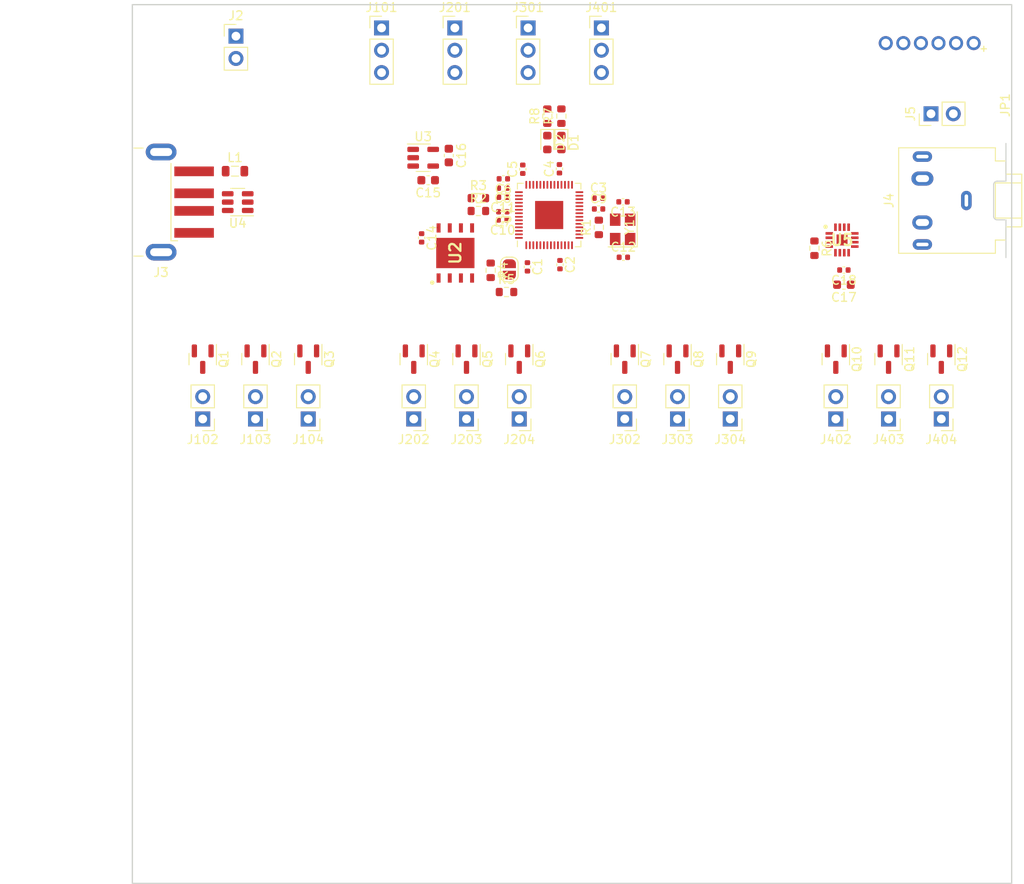
<source format=kicad_pcb>
(kicad_pcb (version 20221018) (generator pcbnew)
  (layers (0 "F.Cu" signal) (31 "B.Cu" signal) (34 "B.Paste" user) (35 "F.Paste" user) (36 "B.SilkS" user "B.Silkscreen") (37 "F.SilkS" user "F.Silkscreen") (38 "B.Mask" user) (39 "F.Mask" user) (44 "Edge.Cuts" user))
  (net 0 "")
  (net 1 "+3V3")
  (net 2 "GND")
  (net 3 "VCORE")
  (net 4 "Net-(U1-XIN)")
  (net 5 "Net-(U3-BP)")
  (net 6 "+5V")
  (net 7 "/SWCLK")
  (net 8 "/SWDIO")
  (net 9 "/UART_TX")
  (net 10 "/UART_RX")
  (net 11 "Net-(J3-VBUS)")
  (net 12 "/USB_RAW_D-")
  (net 13 "/USB_RAW_D+")
  (net 14 "/AUDIO_OUT+")
  (net 15 "/AUDIO_SPEAKER+")
  (net 16 "/AUDIO_OUT-")
  (net 18 "/ORG1_LED")
  (net 19 "Net-(J102-Pin_2)")
  (net 20 "Net-(J103-Pin_2)")
  (net 21 "Net-(J104-Pin_2)")
  (net 22 "/ORG2_LED")
  (net 23 "Net-(J202-Pin_2)")
  (net 24 "Net-(J203-Pin_2)")
  (net 25 "Net-(J204-Pin_2)")
  (net 26 "/ORG3_LED")
  (net 27 "Net-(J302-Pin_2)")
  (net 28 "Net-(J303-Pin_2)")
  (net 29 "Net-(J304-Pin_2)")
  (net 30 "/ORG4_LED")
  (net 31 "Net-(J402-Pin_2)")
  (net 32 "Net-(J403-Pin_2)")
  (net 33 "Net-(J404-Pin_2)")
  (net 34 "/FLASH_CS")
  (net 35 "Net-(JP1-B)")
  (net 36 "/ORG1_SOLENOID")
  (net 37 "/ORG1_PUMP_INFLATE")
  (net 38 "/ORG1_PUMP_DRAIN")
  (net 39 "/ORG2_SOLENOID")
  (net 40 "/ORG2_PUMP_INFLATE")
  (net 41 "/ORG2_PUMP_DRAIN")
  (net 42 "/ORG3_SOLENOID")
  (net 43 "/ORG3_PUMP_INFLATE")
  (net 44 "/ORG3_PUMP_DRAIN")
  (net 45 "/ORG4_SOLENOID")
  (net 46 "/ORG4_PUMP_INFLATE")
  (net 47 "/ORG4_PUMP_DRAIN")
  (net 48 "Net-(U1-XOUT)")
  (net 49 "/USB_D+")
  (net 50 "Net-(U1-USB_DP)")
  (net 51 "/USB_D-")
  (net 52 "Net-(U1-USB_DM)")
  (net 53 "Net-(U5-GAIN_SLOT)")
  (net 54 "/I2S_CK")
  (net 55 "/I2S_WS")
  (net 56 "/I2S_SD")
  (net 57 "/FLASH_D3")
  (net 58 "/FLASH_SCK")
  (net 59 "/FLASH_D0")
  (net 60 "/FLASH_D2")
  (net 61 "/FLASH_D1")
  (net 71 "Net-(C13-Pad2)")
  (net 72 "Net-(C17-Pad2)")
  (net 73 "Net-(D1-K)")
  (net 74 "/ACT1")
  (net 75 "Net-(D2-K)")
  (net 76 "/ACT2")
  (footprint "Package_TO_SOT_SMD:SOT-23-6" (layer "F.Cu") (at 41.98 52.47 180)
    (fp_text reference "U4" (at 0 -2.4) (layer "F.SilkS"))
    (fp_text value "USBLC6-2SC6")
    (pad "1" smd roundrect (at -1.1375 -0.95 180) (size 1.325 0.6) (layers "F.Cu" "F.Paste" "F.Mask") (net 49 "/USB_D+"))
    (pad "2" smd roundrect (at -1.1375 0 180) (size 1.325 0.6) (layers "F.Cu" "F.Paste" "F.Mask") (net 2 "GND"))
    (pad "3" smd roundrect (at -1.1375 0.95 180) (size 1.325 0.6) (layers "F.Cu" "F.Paste" "F.Mask") (net 51 "/USB_D-"))
    (pad "4" smd roundrect (at 1.1375 0.95 180) (size 1.325 0.6) (layers "F.Cu" "F.Paste" "F.Mask") (net 12 "/USB_RAW_D-"))
    (pad "5" smd roundrect (at 1.1375 0 180) (size 1.325 0.6) (layers "F.Cu" "F.Paste" "F.Mask") (net 6 "+5V"))
    (pad "6" smd roundrect (at 1.1375 -0.95 180) (size 1.325 0.6) (layers "F.Cu" "F.Paste" "F.Mask") (net 13 "/USB_RAW_D+"))
  )
  (footprint "Capacitor_SMD:C_0402_1005Metric" (layer "F.Cu") (at 83.02 53.25)
    (fp_text reference "C9" (at 0 -1.16) (layer "F.SilkS"))
    (fp_text value "100n")
    (pad "1" smd roundrect (at -0.48 0) (size 0.56 0.62) (layers "F.Cu" "F.Paste" "F.Mask") (net 3 "VCORE"))
    (pad "2" smd roundrect (at 0.48 0) (size 0.56 0.62) (layers "F.Cu" "F.Paste" "F.Mask") (net 2 "GND"))
  )
  (footprint "Capacitor_SMD:C_0402_1005Metric" (layer "F.Cu") (at 74.4 48.73 90)
    (fp_text reference "C5" (at 0 -1.16 90) (layer "F.SilkS"))
    (fp_text value "100n")
    (pad "1" smd roundrect (at -0.48 0 90) (size 0.56 0.62) (layers "F.Cu" "F.Paste" "F.Mask") (net 1 "+3V3"))
    (pad "2" smd roundrect (at 0.48 0 90) (size 0.56 0.62) (layers "F.Cu" "F.Paste" "F.Mask") (net 2 "GND"))
  )
  (footprint "Package_DFN_QFN:QFN-56-1EP_7x7mm_P0.4mm_EP3.2x3.2mm" (layer "F.Cu") (at 77.4 53.94 90)
    (fp_text reference "U1" (at 0 -4.82 90) (layer "F.SilkS"))
    (fp_text value "RP2040")
    (pad "1" smd roundrect (at -3.4375 -2.6 90) (size 0.875 0.2) (layers "F.Cu" "F.Paste" "F.Mask") (net 1 "+3V3"))
    (pad "2" smd roundrect (at -3.4375 -2.2 90) (size 0.875 0.2) (layers "F.Cu" "F.Paste" "F.Mask"))
    (pad "3" smd roundrect (at -3.4375 -1.8 90) (size 0.875 0.2) (layers "F.Cu" "F.Paste" "F.Mask"))
    (pad "4" smd roundrect (at -3.4375 -1.4 90) (size 0.875 0.2) (layers "F.Cu" "F.Paste" "F.Mask"))
    (pad "5" smd roundrect (at -3.4375 -1 90) (size 0.875 0.2) (layers "F.Cu" "F.Paste" "F.Mask") (net 36 "/ORG1_SOLENOID"))
    (pad "6" smd roundrect (at -3.4375 -0.6 90) (size 0.875 0.2) (layers "F.Cu" "F.Paste" "F.Mask") (net 37 "/ORG1_PUMP_INFLATE"))
    (pad "7" smd roundrect (at -3.4375 -0.2 90) (size 0.875 0.2) (layers "F.Cu" "F.Paste" "F.Mask") (net 38 "/ORG1_PUMP_DRAIN"))
    (pad "8" smd roundrect (at -3.4375 0.2 90) (size 0.875 0.2) (layers "F.Cu" "F.Paste" "F.Mask") (net 39 "/ORG2_SOLENOID"))
    (pad "9" smd roundrect (at -3.4375 0.6 90) (size 0.875 0.2) (layers "F.Cu" "F.Paste" "F.Mask") (net 40 "/ORG2_PUMP_INFLATE"))
    (pad "10" smd roundrect (at -3.4375 1 90) (size 0.875 0.2) (layers "F.Cu" "F.Paste" "F.Mask") (net 1 "+3V3"))
    (pad "11" smd roundrect (at -3.4375 1.4 90) (size 0.875 0.2) (layers "F.Cu" "F.Paste" "F.Mask") (net 41 "/ORG2_PUMP_DRAIN"))
    (pad "12" smd roundrect (at -3.4375 1.8 90) (size 0.875 0.2) (layers "F.Cu" "F.Paste" "F.Mask") (net 42 "/ORG3_SOLENOID"))
    (pad "13" smd roundrect (at -3.4375 2.2 90) (size 0.875 0.2) (layers "F.Cu" "F.Paste" "F.Mask") (net 43 "/ORG3_PUMP_INFLATE"))
    (pad "14" smd roundrect (at -3.4375 2.6 90) (size 0.875 0.2) (layers "F.Cu" "F.Paste" "F.Mask") (net 44 "/ORG3_PUMP_DRAIN"))
    (pad "15" smd roundrect (at -2.6 3.4375 90) (size 0.2 0.875) (layers "F.Cu" "F.Paste" "F.Mask") (net 45 "/ORG4_SOLENOID"))
    (pad "16" smd roundrect (at -2.2 3.4375 90) (size 0.2 0.875) (layers "F.Cu" "F.Paste" "F.Mask") (net 46 "/ORG4_PUMP_INFLATE"))
    (pad "17" smd roundrect (at -1.8 3.4375 90) (size 0.2 0.875) (layers "F.Cu" "F.Paste" "F.Mask") (net 47 "/ORG4_PUMP_DRAIN"))
    (pad "18" smd roundrect (at -1.4 3.4375 90) (size 0.2 0.875) (layers "F.Cu" "F.Paste" "F.Mask"))
    (pad "19" smd roundrect (at -1 3.4375 90) (size 0.2 0.875) (layers "F.Cu" "F.Paste" "F.Mask") (net 2 "GND"))
    (pad "20" smd roundrect (at -0.6 3.4375 90) (size 0.2 0.875) (layers "F.Cu" "F.Paste" "F.Mask") (net 4 "Net-(U1-XIN)"))
    (pad "21" smd roundrect (at -0.2 3.4375 90) (size 0.2 0.875) (layers "F.Cu" "F.Paste" "F.Mask") (net 48 "Net-(U1-XOUT)"))
    (pad "22" smd roundrect (at 0.2 3.4375 90) (size 0.2 0.875) (layers "F.Cu" "F.Paste" "F.Mask") (net 1 "+3V3"))
    (pad "23" smd roundrect (at 0.6 3.4375 90) (size 0.2 0.875) (layers "F.Cu" "F.Paste" "F.Mask") (net 3 "VCORE"))
    (pad "24" smd roundrect (at 1 3.4375 90) (size 0.2 0.875) (layers "F.Cu" "F.Paste" "F.Mask") (net 7 "/SWCLK"))
    (pad "25" smd roundrect (at 1.4 3.4375 90) (size 0.2 0.875) (layers "F.Cu" "F.Paste" "F.Mask") (net 8 "/SWDIO"))
    (pad "26" smd roundrect (at 1.8 3.4375 90) (size 0.2 0.875) (layers "F.Cu" "F.Paste" "F.Mask") (net 1 "+3V3"))
    (pad "27" smd roundrect (at 2.2 3.4375 90) (size 0.2 0.875) (layers "F.Cu" "F.Paste" "F.Mask") (net 9 "/UART_TX"))
    (pad "28" smd roundrect (at 2.6 3.4375 90) (size 0.2 0.875) (layers "F.Cu" "F.Paste" "F.Mask") (net 10 "/UART_RX"))
    (pad "29" smd roundrect (at 3.4375 2.6 90) (size 0.875 0.2) (layers "F.Cu" "F.Paste" "F.Mask") (net 54 "/I2S_CK"))
    (pad "30" smd roundrect (at 3.4375 2.2 90) (size 0.875 0.2) (layers "F.Cu" "F.Paste" "F.Mask") (net 55 "/I2S_WS"))
    (pad "31" smd roundrect (at 3.4375 1.8 90) (size 0.875 0.2) (layers "F.Cu" "F.Paste" "F.Mask") (net 56 "/I2S_SD"))
    (pad "32" smd roundrect (at 3.4375 1.4 90) (size 0.875 0.2) (layers "F.Cu" "F.Paste" "F.Mask"))
    (pad "33" smd roundrect (at 3.4375 1 90) (size 0.875 0.2) (layers "F.Cu" "F.Paste" "F.Mask") (net 1 "+3V3"))
    (pad "34" smd roundrect (at 3.4375 0.6 90) (size 0.875 0.2) (layers "F.Cu" "F.Paste" "F.Mask") (net 74 "/ACT1"))
    (pad "35" smd roundrect (at 3.4375 0.2 90) (size 0.875 0.2) (layers "F.Cu" "F.Paste" "F.Mask") (net 76 "/ACT2"))
    (pad "36" smd roundrect (at 3.4375 -0.2 90) (size 0.875 0.2) (layers "F.Cu" "F.Paste" "F.Mask"))
    (pad "37" smd roundrect (at 3.4375 -0.6 90) (size 0.875 0.2) (layers "F.Cu" "F.Paste" "F.Mask"))
    (pad "38" smd roundrect (at 3.4375 -1 90) (size 0.875 0.2) (layers "F.Cu" "F.Paste" "F.Mask") (net 30 "/ORG4_LED"))
    (pad "39" smd roundrect (at 3.4375 -1.4 90) (size 0.875 0.2) (layers "F.Cu" "F.Paste" "F.Mask") (net 26 "/ORG3_LED"))
    (pad "40" smd roundrect (at 3.4375 -1.8 90) (size 0.875 0.2) (layers "F.Cu" "F.Paste" "F.Mask") (net 22 "/ORG2_LED"))
    (pad "41" smd roundrect (at 3.4375 -2.2 90) (size 0.875 0.2) (layers "F.Cu" "F.Paste" "F.Mask") (net 18 "/ORG1_LED"))
    (pad "42" smd roundrect (at 3.4375 -2.6 90) (size 0.875 0.2) (layers "F.Cu" "F.Paste" "F.Mask") (net 1 "+3V3"))
    (pad "43" smd roundrect (at 2.6 -3.4375 90) (size 0.2 0.875) (layers "F.Cu" "F.Paste" "F.Mask") (net 1 "+3V3"))
    (pad "44" smd roundrect (at 2.2 -3.4375 90) (size 0.2 0.875) (layers "F.Cu" "F.Paste" "F.Mask") (net 1 "+3V3"))
    (pad "45" smd roundrect (at 1.8 -3.4375 90) (size 0.2 0.875) (layers "F.Cu" "F.Paste" "F.Mask") (net 3 "VCORE"))
    (pad "46" smd roundrect (at 1.4 -3.4375 90) (size 0.2 0.875) (layers "F.Cu" "F.Paste" "F.Mask") (net 52 "Net-(U1-USB_DM)"))
    (pad "47" smd roundrect (at 1 -3.4375 90) (size 0.2 0.875) (layers "F.Cu" "F.Paste" "F.Mask") (net 50 "Net-(U1-USB_DP)"))
    (pad "48" smd roundrect (at 0.6 -3.4375 90) (size 0.2 0.875) (layers "F.Cu" "F.Paste" "F.Mask") (net 1 "+3V3"))
    (pad "49" smd roundrect (at 0.2 -3.4375 90) (size 0.2 0.875) (layers "F.Cu" "F.Paste" "F.Mask") (net 1 "+3V3"))
    (pad "50" smd roundrect (at -0.2 -3.4375 90) (size 0.2 0.875) (layers "F.Cu" "F.Paste" "F.Mask") (net 3 "VCORE"))
    (pad "51" smd roundrect (at -0.6 -3.4375 90) (size 0.2 0.875) (layers "F.Cu" "F.Paste" "F.Mask") (net 57 "/FLASH_D3"))
    (pad "52" smd roundrect (at -1 -3.4375 90) (size 0.2 0.875) (layers "F.Cu" "F.Paste" "F.Mask") (net 58 "/FLASH_SCK"))
    (pad "53" smd roundrect (at -1.4 -3.4375 90) (size 0.2 0.875) (layers "F.Cu" "F.Paste" "F.Mask") (net 59 "/FLASH_D0"))
    (pad "54" smd roundrect (at -1.8 -3.4375 90) (size 0.2 0.875) (layers "F.Cu" "F.Paste" "F.Mask") (net 60 "/FLASH_D2"))
    (pad "55" smd roundrect (at -2.2 -3.4375 90) (size 0.2 0.875) (layers "F.Cu" "F.Paste" "F.Mask") (net 61 "/FLASH_D1"))
    (pad "56" smd roundrect (at -2.6 -3.4375 90) (size 0.2 0.875) (layers "F.Cu" "F.Paste" "F.Mask") (net 34 "/FLASH_CS"))
    (pad "57" smd rect (at 0 0 90) (size 3.2 3.2) (layers "F.Cu" "F.Mask") (net 2 "GND"))
  )
  (footprint "Capacitor_SMD:C_0402_1005Metric" (layer "F.Cu") (at 83.01 52.02)
    (fp_text reference "C3" (at 0 -1.16) (layer "F.SilkS"))
    (fp_text value "100n")
    (pad "1" smd roundrect (at -0.48 0) (size 0.56 0.62) (layers "F.Cu" "F.Paste" "F.Mask") (net 1 "+3V3"))
    (pad "2" smd roundrect (at 0.48 0) (size 0.56 0.62) (layers "F.Cu" "F.Paste" "F.Mask") (net 2 "GND"))
  )
  (footprint "Resistor_SMD:R_0603_1608Metric" (layer "F.Cu") (at 70.75 60.23 -90)
    (fp_text reference "R4" (at 0 -1.43 90) (layer "F.SilkS"))
    (fp_text value "100k")
    (pad "1" smd roundrect (at -0.825 0 270) (size 0.8 0.95) (layers "F.Cu" "F.Paste" "F.Mask") (net 34 "/FLASH_CS"))
    (pad "2" smd roundrect (at 0.825 0 270) (size 0.8 0.95) (layers "F.Cu" "F.Paste" "F.Mask") (net 1 "+3V3"))
  )
  (footprint "Connector_PinHeader_2.54mm:PinHeader_1x02_P2.54mm_Vertical" (layer "F.Cu") (at 98 77.15 180)
    (fp_text reference "J304" (at 0 -2.33) (layer "F.SilkS"))
    (fp_text value "Conn_01x02")
    (pad "1" thru_hole rect (at 0 0 180) (size 1.7 1.7) (drill 1) (layers "*.Cu" "*.Mask") (net 6 "+5V"))
    (pad "2" thru_hole oval (at 0 2.54 180) (size 1.7 1.7) (drill 1) (layers "*.Cu" "*.Mask") (net 29 "Net-(J304-Pin_2)"))
  )
  (footprint "Connector_USB:USB_A_CNCTech_1001-011-01101_Horizontal" (layer "F.Cu") (at 26.37 52.47 180)
    (fp_text reference "J3" (at -6.9 -8) (layer "F.SilkS"))
    (fp_text value "USB_A")
    (pad "" np_thru_hole circle (at -6.9 -2.3 180) (size 1.1 1.1) (drill 1.1) (layers "*.Cu" "*.Mask"))
    (pad "" np_thru_hole circle (at -6.9 2.3 180) (size 1.1 1.1) (drill 1.1) (layers "*.Cu" "*.Mask"))
    (pad "1" smd rect (at -10.65 3.5 180) (size 4.5 1.1) (layers "F.Cu" "F.Paste" "F.Mask") (net 11 "Net-(J3-VBUS)"))
    (pad "2" smd rect (at -10.65 1 180) (size 4.5 1.1) (layers "F.Cu" "F.Paste" "F.Mask") (net 12 "/USB_RAW_D-"))
    (pad "3" smd rect (at -10.65 -1 180) (size 4.5 1.1) (layers "F.Cu" "F.Paste" "F.Mask") (net 13 "/USB_RAW_D+"))
    (pad "4" smd rect (at -10.65 -3.5 180) (size 4.5 1.1) (layers "F.Cu" "F.Paste" "F.Mask") (net 2 "GND"))
    (pad "5" thru_hole oval (at -6.9 -5.7 180) (size 3.5 1.9) (drill oval 2.5 0.9) (layers "*.Cu" "*.Mask") (net 2 "GND"))
    (pad "5" thru_hole oval (at -6.9 5.7 180) (size 3.5 1.9) (drill oval 2.5 0.9) (layers "*.Cu" "*.Mask") (net 2 "GND"))
  )
  (footprint "Connector_PinHeader_2.54mm:PinHeader_1x02_P2.54mm_Vertical" (layer "F.Cu") (at 122 77.15 180)
    (fp_text reference "J404" (at 0 -2.33) (layer "F.SilkS"))
    (fp_text value "Conn_01x02")
    (pad "1" thru_hole rect (at 0 0 180) (size 1.7 1.7) (drill 1) (layers "*.Cu" "*.Mask") (net 6 "+5V"))
    (pad "2" thru_hole oval (at 0 2.54 180) (size 1.7 1.7) (drill 1) (layers "*.Cu" "*.Mask") (net 33 "Net-(J404-Pin_2)"))
  )
  (footprint "Connector_PinHeader_2.54mm:PinHeader_1x03_P2.54mm_Vertical" (layer "F.Cu") (at 75.006666 32.65)
    (fp_text reference "J301" (at 0 -2.33) (layer "F.SilkS"))
    (fp_text value "Conn_01x03")
    (pad "1" thru_hole rect (at 0 0) (size 1.7 1.7) (drill 1) (layers "*.Cu" "*.Mask") (net 6 "+5V"))
    (pad "2" thru_hole oval (at 0 2.54) (size 1.7 1.7) (drill 1) (layers "*.Cu" "*.Mask") (net 26 "/ORG3_LED"))
    (pad "3" thru_hole oval (at 0 5.08) (size 1.7 1.7) (drill 1) (layers "*.Cu" "*.Mask") (net 2 "GND"))
  )
  (footprint "Package_TO_SOT_SMD:SOT-23" (layer "F.Cu") (at 110 70.34 -90)
    (fp_text reference "Q10" (at 0 -2.4 90) (layer "F.SilkS"))
    (fp_text value "Si2302")
    (pad "1" smd roundrect (at -0.9375 -0.95 270) (size 1.475 0.6) (layers "F.Cu" "F.Paste" "F.Mask") (net 45 "/ORG4_SOLENOID"))
    (pad "2" smd roundrect (at -0.9375 0.95 270) (size 1.475 0.6) (layers "F.Cu" "F.Paste" "F.Mask") (net 2 "GND"))
    (pad "3" smd roundrect (at 0.9375 0 270) (size 1.475 0.6) (layers "F.Cu" "F.Paste" "F.Mask") (net 31 "Net-(J402-Pin_2)"))
  )
  (footprint "Connector_Audio:Jack_3.5mm_CUI_SJ1-3525N_Horizontal" (layer "F.Cu") (at 124.85 52.29 90)
    (fp_text reference "J4" (at 0 -8.8 90) (layer "F.SilkS"))
    (fp_text value "AudioJack3_SwitchTR")
    (fp_line (start -2.2 3.5) (end -2.2 4.5) (stroke (width 0.12)) (layer "Edge.Cuts"))
    (fp_line (start -2.2 4.5) (end -6.5 4.5) (stroke (width 0.12)) (layer "Edge.Cuts"))
    (fp_line (start 1.8 3.1) (end -1.8 3.1) (stroke (width 0.12)) (layer "Edge.Cuts"))
    (fp_line (start 2.2 3.5) (end 2.2 4.5) (stroke (width 0.12)) (layer "Edge.Cuts"))
    (fp_line (start 2.2 4.5) (end 6.5 4.5) (stroke (width 0.12)) (layer "Edge.Cuts"))
    (fp_arc (start -2.2 3.5) (mid -2.082842 3.217158) (end -1.8 3.1) (stroke (width 0.12)) (layer "Edge.Cuts"))
    (fp_arc (start 1.8 3.1) (mid 2.082843 3.217157) (end 2.2 3.5) (stroke (width 0.12)) (layer "Edge.Cuts"))
    (pad "" np_thru_hole circle (at -5 0 90) (size 1.2 1.2) (drill 1.2) (layers "F&B.Cu" "*.Mask"))
    (pad "" np_thru_hole circle (at -5 2.5 90) (size 1.2 1.2) (drill 1.2) (layers "F&B.Cu" "*.Mask"))
    (pad "" np_thru_hole circle (at 0 -5 90) (size 1.2 1.2) (drill 1.2) (layers "F&B.Cu" "*.Mask"))
    (pad "" np_thru_hole circle (at 5 0 90) (size 1.2 1.2) (drill 1.2) (layers "F&B.Cu" "*.Mask"))
    (pad "" np_thru_hole circle (at 5 2.5 90) (size 1.2 1.2) (drill 1.2) (layers "F&B.Cu" "*.Mask"))
    (pad "R" thru_hole oval (at -5 -5 90) (size 1.2 2.2) (drill oval 0.4 1.4) (layers "*.Cu" "*.Mask") (net 14 "/AUDIO_OUT+"))
    (pad "RN" thru_hole oval (at -2.5 -5 90) (size 1.6 2.3) (drill oval 0.8 1.5) (layers "*.Cu" "*.Mask") (net 15 "/AUDIO_SPEAKER+"))
    (pad "S" thru_hole oval (at 0 0 90) (size 2.2 1.2) (drill oval 1.4 0.4) (layers "*.Cu" "*.Mask") (net 16 "/AUDIO_OUT-"))
    (pad "T" thru_hole oval (at 5 -5 270) (size 1.2 2.2) (drill oval 0.4 1.4) (layers "*.Cu" "*.Mask") (net 14 "/AUDIO_OUT+"))
    (pad "TN" thru_hole oval (at 2.5 -5 270) (size 1.6 2.5) (drill oval 0.8 1.5) (layers "*.Cu" "*.Mask"))
  )
  (footprint "Capacitor_SMD:C_0603_1608Metric" (layer "F.Cu") (at 65.99 47.17 -90)
    (fp_text reference "C16" (at 0 -1.43 90) (layer "F.SilkS"))
    (fp_text value "4.7u")
    (pad "1" smd roundrect (at -0.775 0 270) (size 0.9 0.95) (layers "F.Cu" "F.Paste" "F.Mask") (net 1 "+3V3"))
    (pad "2" smd roundrect (at 0.775 0 270) (size 0.9 0.95) (layers "F.Cu" "F.Paste" "F.Mask") (net 2 "GND"))
  )
  (footprint "Capacitor_SMD:C_0402_1005Metric" (layer "F.Cu") (at 72.13 53.57 180)
    (fp_text reference "C7" (at 0 -1.16 180) (layer "F.SilkS"))
    (fp_text value "100n")
    (pad "1" smd roundrect (at -0.48 0 180) (size 0.56 0.62) (layers "F.Cu" "F.Paste" "F.Mask") (net 1 "+3V3"))
    (pad "2" smd roundrect (at 0.48 0 180) (size 0.56 0.62) (layers "F.Cu" "F.Paste" "F.Mask") (net 2 "GND"))
  )
  (footprint "Connector_PinHeader_2.54mm:PinHeader_1x02_P2.54mm_Vertical" (layer "F.Cu") (at 116 77.15 180)
    (fp_text reference "J403" (at 0 -2.33) (layer "F.SilkS"))
    (fp_text value "Conn_01x02")
    (pad "1" thru_hole rect (at 0 0 180) (size 1.7 1.7) (drill 1) (layers "*.Cu" "*.Mask") (net 6 "+5V"))
    (pad "2" thru_hole oval (at 0 2.54 180) (size 1.7 1.7) (drill 1) (layers "*.Cu" "*.Mask") (net 32 "Net-(J403-Pin_2)"))
  )
  (footprint "Connector_PinHeader_2.54mm:PinHeader_1x02_P2.54mm_Vertical" (layer "F.Cu") (at 110 77.15 180)
    (fp_text reference "J402" (at 0 -2.33) (layer "F.SilkS"))
    (fp_text value "Conn_01x02")
    (pad "1" thru_hole rect (at 0 0 180) (size 1.7 1.7) (drill 1) (layers "*.Cu" "*.Mask") (net 6 "+5V"))
    (pad "2" thru_hole oval (at 0 2.54 180) (size 1.7 1.7) (drill 1) (layers "*.Cu" "*.Mask") (net 31 "Net-(J402-Pin_2)"))
  )
  (footprint "Inductor_SMD:L_0805_2012Metric" (layer "F.Cu") (at 41.67 48.95)
    (fp_text reference "L1" (at 0 -1.55) (layer "F.SilkS"))
    (fp_text value "120R")
    (pad "1" smd roundrect (at -1.0625 0) (size 0.875 1.2) (layers "F.Cu" "F.Paste" "F.Mask") (net 11 "Net-(J3-VBUS)"))
    (pad "2" smd roundrect (at 1.0625 0) (size 0.875 1.2) (layers "F.Cu" "F.Paste" "F.Mask") (net 6 "+5V"))
  )
  (footprint "Capacitor_SMD:C_0402_1005Metric" (layer "F.Cu") (at 85.84 58.75)
    (fp_text reference "C12" (at 0 -1.16) (layer "F.SilkS"))
    (fp_text value "22p")
    (pad "1" smd roundrect (at -0.48 0) (size 0.56 0.62) (layers "F.Cu" "F.Paste" "F.Mask") (net 2 "GND"))
    (pad "2" smd roundrect (at 0.48 0) (size 0.56 0.62) (layers "F.Cu" "F.Paste" "F.Mask") (net 4 "Net-(U1-XIN)"))
  )
  (footprint "Connector_PinHeader_2.54mm:PinHeader_1x02_P2.54mm_Vertical" (layer "F.Cu") (at 62 77.15 180)
    (fp_text reference "J202" (at 0 -2.33) (layer "F.SilkS"))
    (fp_text value "Conn_01x02")
    (pad "1" thru_hole rect (at 0 0 180) (size 1.7 1.7) (drill 1) (layers "*.Cu" "*.Mask") (net 6 "+5V"))
    (pad "2" thru_hole oval (at 0 2.54 180) (size 1.7 1.7) (drill 1) (layers "*.Cu" "*.Mask") (net 23 "Net-(J202-Pin_2)"))
  )
  (footprint "Connector_PinHeader_2.54mm:PinHeader_1x02_P2.54mm_Vertical" (layer "F.Cu") (at 68 77.15 180)
    (fp_text reference "J203" (at 0 -2.33) (layer "F.SilkS"))
    (fp_text value "Conn_01x02")
    (pad "1" thru_hole rect (at 0 0 180) (size 1.7 1.7) (drill 1) (layers "*.Cu" "*.Mask") (net 6 "+5V"))
    (pad "2" thru_hole oval (at 0 2.54 180) (size 1.7 1.7) (drill 1) (layers "*.Cu" "*.Mask") (net 24 "Net-(J203-Pin_2)"))
  )
  (footprint "Connector_PinHeader_2.54mm:PinHeader_1x03_P2.54mm_Vertical" (layer "F.Cu") (at 58.34 32.65)
    (fp_text reference "J101" (at 0 -2.33) (layer "F.SilkS"))
    (fp_text value "Conn_01x03")
    (pad "1" thru_hole rect (at 0 0) (size 1.7 1.7) (drill 1) (layers "*.Cu" "*.Mask") (net 6 "+5V"))
    (pad "2" thru_hole oval (at 0 2.54) (size 1.7 1.7) (drill 1) (layers "*.Cu" "*.Mask") (net 18 "/ORG1_LED"))
    (pad "3" thru_hole oval (at 0 5.08) (size 1.7 1.7) (drill 1) (layers "*.Cu" "*.Mask") (net 2 "GND"))
  )
  (footprint "LED_SMD:LED_0603_1608Metric" (layer "F.Cu") (at 77.19 45.69 -90)
    (fp_text reference "D2" (at 0 -1.43 -270) (layer "F.SilkS"))
    (fp_text value "Pink")
    (pad "1" smd roundrect (at -0.7875 0 270) (size 0.875 0.95) (layers "F.Cu" "F.Paste" "F.Mask") (net 75 "Net-(D2-K)"))
    (pad "2" smd roundrect (at 0.7875 0 270) (size 0.875 0.95) (layers "F.Cu" "F.Paste" "F.Mask") (net 76 "/ACT2"))
  )
  (footprint "Resistor_SMD:R_0603_1608Metric" (layer "F.Cu") (at 72.55 62.7)
    (fp_text reference "R5" (at 0 -1.43) (layer "F.SilkS"))
    (fp_text value "4.7k")
    (pad "1" smd roundrect (at -0.825 0) (size 0.8 0.95) (layers "F.Cu" "F.Paste" "F.Mask") (net 2 "GND"))
    (pad "2" smd roundrect (at 0.825 0) (size 0.8 0.95) (layers "F.Cu" "F.Paste" "F.Mask") (net 35 "Net-(JP1-B)"))
  )
  (footprint "Package_TO_SOT_SMD:SOT-23" (layer "F.Cu") (at 122 70.34 -90)
    (fp_text reference "Q12" (at 0 -2.4 90) (layer "F.SilkS"))
    (fp_text value "Si2302")
    (pad "1" smd roundrect (at -0.9375 -0.95 270) (size 1.475 0.6) (layers "F.Cu" "F.Paste" "F.Mask") (net 47 "/ORG4_PUMP_DRAIN"))
    (pad "2" smd roundrect (at -0.9375 0.95 270) (size 1.475 0.6) (layers "F.Cu" "F.Paste" "F.Mask") (net 2 "GND"))
    (pad "3" smd roundrect (at 0.9375 0 270) (size 1.475 0.6) (layers "F.Cu" "F.Paste" "F.Mask") (net 33 "Net-(J404-Pin_2)"))
  )
  (footprint "W25Q128JVPIQ:SON127P600X500X80-9N-D" (layer "F.Cu") (at 66.73 58.26 90)
    (fp_text reference "U2" (at 0 0 90) (layer "F.SilkS") (effects (font (size 1.27 1.27) (thickness 0.254))))
    (fp_text value "W25Q128JVPIQ" hide)
    (pad "1" smd rect (at -2.85 -1.905 180) (size 0.45 1.05) (layers "F.Cu" "F.Paste" "F.Mask") (net 34 "/FLASH_CS"))
    (pad "2" smd rect (at -2.85 -0.635 180) (size 0.45 1.05) (layers "F.Cu" "F.Paste" "F.Mask") (net 61 "/FLASH_D1"))
    (pad "3" smd rect (at -2.85 0.635 180) (size 0.45 1.05) (layers "F.Cu" "F.Paste" "F.Mask") (net 60 "/FLASH_D2"))
    (pad "4" smd rect (at -2.85 1.905 180) (size 0.45 1.05) (layers "F.Cu" "F.Paste" "F.Mask") (net 2 "GND"))
    (pad "5" smd rect (at 2.85 1.905 180) (size 0.45 1.05) (layers "F.Cu" "F.Paste" "F.Mask") (net 59 "/FLASH_D0"))
    (pad "6" smd rect (at 2.85 0.635 180) (size 0.45 1.05) (layers "F.Cu" "F.Paste" "F.Mask") (net 58 "/FLASH_SCK"))
    (pad "7" smd rect (at 2.85 -0.635 180) (size 0.45 1.05) (layers "F.Cu" "F.Paste" "F.Mask") (net 57 "/FLASH_D3"))
    (pad "8" smd rect (at 2.85 -1.905 180) (size 0.45 1.05) (layers "F.Cu" "F.Paste" "F.Mask") (net 1 "+3V3"))
    (pad "9" smd rect (at 0 0 90) (size 3.45 4.35) (layers "F.Cu" "F.Paste" "F.Mask") (net 2 "GND"))
  )
  (footprint "Package_TO_SOT_SMD:SOT-23-5" (layer "F.Cu") (at 63.0725 47.42)
    (fp_text reference "U3" (at 0 -2.4) (layer "F.SilkS"))
    (fp_text value "SPX3819M5-L-3-3")
    (pad "1" smd roundrect (at -1.1375 -0.95) (size 1.325 0.6) (layers "F.Cu" "F.Paste" "F.Mask") (net 6 "+5V"))
    (pad "2" smd roundrect (at -1.1375 0) (size 1.325 0.6) (layers "F.Cu" "F.Paste" "F.Mask") (net 2 "GND"))
    (pad "3" smd roundrect (at -1.1375 0.95) (size 1.325 0.6) (layers "F.Cu" "F.Paste" "F.Mask") (net 6 "+5V"))
    (pad "4" smd roundrect (at 1.1375 0.95) (size 1.325 0.6) (layers "F.Cu" "F.Paste" "F.Mask") (net 5 "Net-(U3-BP)"))
    (pad "5" smd roundrect (at 1.1375 -0.95) (size 1.325 0.6) (layers "F.Cu" "F.Paste" "F.Mask") (net 1 "+3V3"))
  )
  (footprint "Resistor_SMD:R_0603_1608Metric" (layer "F.Cu") (at 77.19 42.69 90)
    (fp_text reference "R8" (at 0 -1.43 90) (layer "F.SilkS"))
    (fp_text value "7.5k")
    (pad "1" smd roundrect (at -0.825 0 90) (size 0.8 0.95) (layers "F.Cu" "F.Paste" "F.Mask") (net 75 "Net-(D2-K)"))
    (pad "2" smd roundrect (at 0.825 0 90) (size 0.8 0.95) (layers "F.Cu" "F.Paste" "F.Mask") (net 2 "GND"))
  )
  (footprint "Connector_PinHeader_2.54mm:PinHeader_1x03_P2.54mm_Vertical" (layer "F.Cu") (at 66.673333 32.65)
    (fp_text reference "J201" (at 0 -2.33) (layer "F.SilkS"))
    (fp_text value "Conn_01x03")
    (pad "1" thru_hole rect (at 0 0) (size 1.7 1.7) (drill 1) (layers "*.Cu" "*.Mask") (net 6 "+5V"))
    (pad "2" thru_hole oval (at 0 2.54) (size 1.7 1.7) (drill 1) (layers "*.Cu" "*.Mask") (net 22 "/ORG2_LED"))
    (pad "3" thru_hole oval (at 0 5.08) (size 1.7 1.7) (drill 1) (layers "*.Cu" "*.Mask") (net 2 "GND"))
  )
  (footprint "Capacitor_SMD:C_0603_1608Metric" (layer "F.Cu") (at 63.64 49.98 180)
    (fp_text reference "C15" (at 0 -1.43) (layer "F.SilkS"))
    (fp_text value "10n")
    (pad "1" smd roundrect (at -0.775 0 180) (size 0.9 0.95) (layers "F.Cu" "F.Paste" "F.Mask") (net 5 "Net-(U3-BP)"))
    (pad "2" smd roundrect (at 0.775 0 180) (size 0.9 0.95) (layers "F.Cu" "F.Paste" "F.Mask") (net 2 "GND"))
  )
  (footprint "Capacitor_SMD:C_0402_1005Metric" (layer "F.Cu") (at 72.13 50.88 180)
    (fp_text reference "C8" (at 0 -1.16 180) (layer "F.SilkS"))
    (fp_text value "1u")
    (pad "1" smd roundrect (at -0.48 0 180) (size 0.56 0.62) (layers "F.Cu" "F.Paste" "F.Mask") (net 1 "+3V3"))
    (pad "2" smd roundrect (at 0.48 0 180) (size 0.56 0.62) (layers "F.Cu" "F.Paste" "F.Mask") (net 2 "GND"))
  )
  (footprint "Capacitor_SMD:C_0402_1005Metric" (layer "F.Cu") (at 85.8 52.44 180)
    (fp_text reference "C13" (at 0 -1.16 180) (layer "F.SilkS"))
    (fp_text value "22p")
    (pad "1" smd roundrect (at -0.48 0 180) (size 0.56 0.62) (layers "F.Cu" "F.Paste" "F.Mask") (net 2 "GND"))
    (pad "2" smd roundrect (at 0.48 0 180) (size 0.56 0.62) (layers "F.Cu" "F.Paste" "F.Mask") (net 71 "Net-(C13-Pad2)"))
  )
  (footprint "Resistor_SMD:R_0603_1608Metric" (layer "F.Cu") (at 83.05 55.35 90)
    (fp_text reference "R1" (at 0 -1.43 90) (layer "F.SilkS"))
    (fp_text value "1k TBD")
    (pad "1" smd roundrect (at -0.825 0 90) (size 0.8 0.95) (layers "F.Cu" "F.Paste" "F.Mask") (net 71 "Net-(C13-Pad2)"))
    (pad "2" smd roundrect (at 0.825 0 90) (size 0.8 0.95) (layers "F.Cu" "F.Paste" "F.Mask") (net 48 "Net-(U1-XOUT)"))
  )
  (footprint "Crystal:Crystal_SMD_3225-4Pin_3.2x2.5mm" (layer "F.Cu") (at 85.76 55.57 90)
    (fp_text reference "Y1" (at 0.26 0.78 90) (layer "F.SilkS"))
    (fp_text value "12MHz")
    (pad "1" smd rect (at -1.1 0.85 90) (size 1.4 1.2) (layers "F.Cu" "F.Paste" "F.Mask") (net 71 "Net-(C13-Pad2)"))
    (pad "2" smd rect (at 1.1 0.85 90) (size 1.4 1.2) (layers "F.Cu" "F.Paste" "F.Mask") (net 2 "GND"))
    (pad "3" smd rect (at 1.1 -0.85 90) (size 1.4 1.2) (layers "F.Cu" "F.Paste" "F.Mask") (net 4 "Net-(U1-XIN)"))
    (pad "4" smd rect (at -1.1 -0.85 90) (size 1.4 1.2) (layers "F.Cu" "F.Paste" "F.Mask") (net 2 "GND"))
  )
  (footprint "Connector_PinHeader_2.54mm:PinHeader_1x02_P2.54mm_Vertical" (layer "F.Cu") (at 86 77.15 180)
    (fp_text reference "J302" (at 0 -2.33) (layer "F.SilkS"))
    (fp_text value "Conn_01x02")
    (pad "1" thru_hole rect (at 0 0 180) (size 1.7 1.7) (drill 1) (layers "*.Cu" "*.Mask") (net 6 "+5V"))
    (pad "2" thru_hole oval (at 0 2.54 180) (size 1.7 1.7) (drill 1) (layers "*.Cu" "*.Mask") (net 27 "Net-(J302-Pin_2)"))
  )
  (footprint "Connector_PinHeader_2.54mm:PinHeader_1x02_P2.54mm_Vertical" (layer "F.Cu") (at 74 77.15 180)
    (fp_text reference "J204" (at 0 -2.33) (layer "F.SilkS"))
    (fp_text value "Conn_01x02")
    (pad "1" thru_hole rect (at 0 0 180) (size 1.7 1.7) (drill 1) (layers "*.Cu" "*.Mask") (net 6 "+5V"))
    (pad "2" thru_hole oval (at 0 2.54 180) (size 1.7 1.7) (drill 1) (layers "*.Cu" "*.Mask") (net 25 "Net-(J204-Pin_2)"))
  )
  (footprint "Package_TO_SOT_SMD:SOT-23" (layer "F.Cu") (at 50 70.34 -90)
    (fp_text reference "Q3" (at 0 -2.4 90) (layer "F.SilkS"))
    (fp_text value "Si2302")
    (pad "1" smd roundrect (at -0.9375 -0.95 270) (size 1.475 0.6) (layers "F.Cu" "F.Paste" "F.Mask") (net 38 "/ORG1_PUMP_DRAIN"))
    (pad "2" smd roundrect (at -0.9375 0.95 270) (size 1.475 0.6) (layers "F.Cu" "F.Paste" "F.Mask") (net 2 "GND"))
    (pad "3" smd roundrect (at 0.9375 0 270) (size 1.475 0.6) (layers "F.Cu" "F.Paste" "F.Mask") (net 21 "Net-(J104-Pin_2)"))
  )
  (footprint "Capacitor_SMD:C_0402_1005Metric" (layer "F.Cu") (at 72.15 51.92 180)
    (fp_text reference "C11" (at 0 -1.16) (layer "F.SilkS"))
    (fp_text value "1u")
    (pad "1" smd roundrect (at -0.48 0 180) (size 0.56 0.62) (layers "F.Cu" "F.Paste" "F.Mask") (net 3 "VCORE"))
    (pad "2" smd roundrect (at 0.48 0 180) (size 0.56 0.62) (layers "F.Cu" "F.Paste" "F.Mask") (net 2 "GND"))
  )
  (footprint "AICHO_footprints:TestPoints_1x06_P2.0" (layer "F.Cu") (at 120.68 34.38 180)
    (fp_text reference "J1" hide)
    (fp_text value "Conn_01x06")
    (fp_text user "+" (at -6.15 -0.7 180 unlocked) (layer "F.SilkS") (effects (font (size 0.75 0.75))))
    (pad "1" thru_hole circle (at -5 0 180) (size 1.6 1.6) (drill 1) (layers "*.Cu" "*.Mask") (net 1 "+3V3"))
    (pad "2" thru_hole circle (at -3 0 180) (size 1.6 1.6) (drill 1) (layers "*.Cu" "*.Mask") (net 2 "GND"))
    (pad "3" thru_hole circle (at -1 0 180) (size 1.6 1.6) (drill 1) (layers "*.Cu" "*.Mask") (net 7 "/SWCLK"))
    (pad "4" thru_hole circle (at 1 0 180) (size 1.6 1.6) (drill 1) (layers "*.Cu" "*.Mask") (net 8 "/SWDIO"))
    (pad "5" thru_hole circle (at 3 0 180) (size 1.6 1.6) (drill 1) (layers "*.Cu" "*.Mask") (net 9 "/UART_TX"))
    (pad "6" thru_hole circle (at 5 0 180) (size 1.6 1.6) (drill 1) (layers "*.Cu" "*.Mask") (net 10 "/UART_RX"))
  )
  (footprint "Package_TO_SOT_SMD:SOT-23" (layer "F.Cu") (at 68 70.34 -90)
    (fp_text reference "Q5" (at 0 -2.4 90) (layer "F.SilkS"))
    (fp_text value "Si2302")
    (pad "1" smd roundrect (at -0.9375 -0.95 270) (size 1.475 0.6) (layers "F.Cu" "F.Paste" "F.Mask") (net 40 "/ORG2_PUMP_INFLATE"))
    (pad "2" smd roundrect (at -0.9375 0.95 270) (size 1.475 0.6) (layers "F.Cu" "F.Paste" "F.Mask") (net 2 "GND"))
    (pad "3" smd roundrect (at 0.9375 0 270) (size 1.475 0.6) (layers "F.Cu" "F.Paste" "F.Mask") (net 24 "Net-(J203-Pin_2)"))
  )
  (footprint "Package_TO_SOT_SMD:SOT-23" (layer "F.Cu") (at 86 70.34 -90)
    (fp_text reference "Q7" (at 0 -2.4 90) (layer "F.SilkS"))
    (fp_text value "Si2302")
    (pad "1" smd roundrect (at -0.9375 -0.95 270) (size 1.475 0.6) (layers "F.Cu" "F.Paste" "F.Mask") (net 42 "/ORG3_SOLENOID"))
    (pad "2" smd roundrect (at -0.9375 0.95 270) (size 1.475 0.6) (layers "F.Cu" "F.Paste" "F.Mask") (net 2 "GND"))
    (pad "3" smd roundrect (at 0.9375 0 270) (size 1.475 0.6) (layers "F.Cu" "F.Paste" "F.Mask") (net 27 "Net-(J302-Pin_2)"))
  )
  (footprint "Jumper:SolderJumper-2_P1.3mm_Open_RoundedPad1.0x1.5mm" (layer "F.Cu") (at 72.87 60.13 -90)
    (fp_text reference "JP1" (at -18.69 -56.405 90) (layer "F.SilkS"))
    (fp_text value "SolderJumper_2_Open")
    (pad "1" smd custom (at -0.65 0 270) (size 1 0.5) (layers "F.Cu" "F.Mask") (net 34 "/FLASH_CS") (options (clearance outline) (anchor rect)) (primitives (gr_circle (center 0 0.25) (end 0.5 0.25) (width 0) (fill yes)) (gr_circle (center 0 -0.25) (end 0.5 -0.25) (width 0) (fill yes)) (gr_poly (pts (xy 0.5 0.75) (xy 0 0.75) (xy 0 -0.75) (xy 0.5 -0.75)) (width 0) (fill yes))))
    (pad "2" smd custom (at 0.65 0 270) (size 1 0.5) (layers "F.Cu" "F.Mask") (net 35 "Net-(JP1-B)") (options (clearance outline) (anchor rect)) (primitives (gr_circle (center 0 0.25) (end 0.5 0.25) (width 0) (fill yes)) (gr_circle (center 0 -0.25) (end 0.5 -0.25) (width 0) (fill yes)) (gr_poly (pts (xy 0 0.75) (xy -0.5 0.75) (xy -0.5 -0.75) (xy 0 -0.75)) (width 0) (fill yes))))
  )
  (footprint "Connector_PinHeader_2.54mm:PinHeader_1x02_P2.54mm_Vertical" (layer "F.Cu") (at 38 77.15 180)
    (fp_text reference "J102" (at 0 -2.33) (layer "F.SilkS"))
    (fp_text value "Conn_01x02")
    (pad "1" thru_hole rect (at 0 0 180) (size 1.7 1.7) (drill 1) (layers "*.Cu" "*.Mask") (net 6 "+5V"))
    (pad "2" thru_hole oval (at 0 2.54 180) (size 1.7 1.7) (drill 1) (layers "*.Cu" "*.Mask") (net 19 "Net-(J102-Pin_2)"))
  )
  (footprint "Capacitor_SMD:C_0402_1005Metric" (layer "F.Cu") (at 78.57 48.68 90)
    (fp_text reference "C4" (at 0 -1.16 90) (layer "F.SilkS"))
    (fp_text value "100n")
    (pad "1" smd roundrect (at -0.48 0 90) (size 0.56 0.62) (layers "F.Cu" "F.Paste" "F.Mask") (net 1 "+3V3"))
    (pad "2" smd roundrect (at 0.48 0 90) (size 0.56 0.62) (layers "F.Cu" "F.Paste" "F.Mask") (net 2 "GND"))
  )
  (footprint "Capacitor_SMD:C_0402_1005Metric" (layer "F.Cu") (at 78.63 59.59 -90)
    (fp_text reference "C2" (at 0 -1.16 -90) (layer "F.SilkS"))
    (fp_text value "100n")
    (pad "1" smd roundrect (at -0.48 0 270) (size 0.56 0.62) (layers "F.Cu" "F.Paste" "F.Mask") (net 1 "+3V3"))
    (pad "2" smd roundrect (at 0.48 0 270) (size 0.56 0.62) (layers "F.Cu" "F.Paste" "F.Mask") (net 2 "GND"))
  )
  (footprint "Capacitor_SMD:C_0402_1005Metric" (layer "F.Cu") (at 110.92 60.2 180)
    (fp_text reference "C18" (at 0 -1.16 180) (layer "F.SilkS"))
    (fp_text value "100n")
    (pad "1" smd roundrect (at -0.48 0 180) (size 0.56 0.62) (layers "F.Cu" "F.Paste" "F.Mask") (net 6 "+5V"))
    (pad "2" smd roundrect (at 0.48 0 180) (size 0.56 0.62) (layers "F.Cu" "F.Paste" "F.Mask") (net 72 "Net-(C17-Pad2)"))
  )
  (footprint "Package_TO_SOT_SMD:SOT-23" (layer "F.Cu") (at 44 70.34 -90)
    (fp_text reference "Q2" (at 0 -2.4 90) (layer "F.SilkS"))
    (fp_text value "Si2302")
    (pad "1" smd roundrect (at -0.9375 -0.95 270) (size 1.475 0.6) (layers "F.Cu" "F.Paste" "F.Mask") (net 37 "/ORG1_PUMP_INFLATE"))
    (pad "2" smd roundrect (at -0.9375 0.95 270) (size 1.475 0.6) (layers "F.Cu" "F.Paste" "F.Mask") (net 2 "GND"))
    (pad "3" smd roundrect (at 0.9375 0 270) (size 1.475 0.6) (layers "F.Cu" "F.Paste" "F.Mask") (net 20 "Net-(J103-Pin_2)"))
  )
  (footprint "Connector_PinHeader_2.54mm:PinHeader_1x03_P2.54mm_Vertical" (layer "F.Cu") (at 83.34 32.65)
    (fp_text reference "J401" (at 0 -2.33) (layer "F.SilkS"))
    (fp_text value "Conn_01x03")
    (pad "1" thru_hole rect (at 0 0) (size 1.7 1.7) (drill 1) (layers "*.Cu" "*.Mask") (net 6 "+5V"))
    (pad "2" thru_hole oval (at 0 2.54) (size 1.7 1.7) (drill 1) (layers "*.Cu" "*.Mask") (net 30 "/ORG4_LED"))
    (pad "3" thru_hole oval (at 0 5.08) (size 1.7 1.7) (drill 1) (layers "*.Cu" "*.Mask") (net 2 "GND"))
  )
  (footprint "Package_TO_SOT_SMD:SOT-23" (layer "F.Cu") (at 38 70.34 -90)
    (fp_text reference "Q1" (at 0 -2.4 90) (layer "F.SilkS"))
    (fp_text value "Si2302")
    (pad "1" smd roundrect (at -0.9375 -0.95 270) (size 1.475 0.6) (layers "F.Cu" "F.Paste" "F.Mask") (net 36 "/ORG1_SOLENOID"))
    (pad "2" smd roundrect (at -0.9375 0.95 270) (size 1.475 0.6) (layers "F.Cu" "F.Paste" "F.Mask") (net 2 "GND"))
    (pad "3" smd roundrect (at 0.9375 0 270) (size 1.475 0.6) (layers "F.Cu" "F.Paste" "F.Mask") (net 19 "Net-(J102-Pin_2)"))
  )
  (footprint "Resistor_SMD:R_0603_1608Metric" (layer "F.Cu") (at 107.57 57.72 -90)
    (fp_text reference "R6" (at 0 -1.43 90) (layer "F.SilkS"))
    (fp_text value "100k")
    (pad "1" smd roundrect (at -0.825 0 270) (size 0.8 0.95) (layers "F.Cu" "F.Paste" "F.Mask") (net 53 "Net-(U5-GAIN_SLOT)"))
    (pad "2" smd roundrect (at 0.825 0 270) (size 0.8 0.95) (layers "F.Cu" "F.Paste" "F.Mask") (net 6 "+5V"))
  )
  (footprint "Capacitor_SMD:C_0402_1005Metric" (layer "F.Cu") (at 72.11 54.5 180)
    (fp_text reference "C10" (at 0 -1.16) (layer "F.SilkS"))
    (fp_text value "100n")
    (pad "1" smd roundrect (at -0.48 0 180) (size 0.56 0.62) (layers "F.Cu" "F.Paste" "F.Mask") (net 3 "VCORE"))
    (pad "2" smd roundrect (at 0.48 0 180) (size 0.56 0.62) (layers "F.Cu" "F.Paste" "F.Mask") (net 2 "GND"))
  )
  (footprint "MAX98357AETE+:QFN50P300X300X80-17N" (layer "F.Cu") (at 110.71 56.78)
    (fp_text reference "U5" (at 0 0) (layer "F.SilkS") (effects (font (size 1.27 1.27) (thickness 0.254))))
    (fp_text value "MAX98357AETE+" hide)
    (pad "1" smd rect (at -1.45 -0.75 90) (size 0.3 0.85) (layers "F.Cu" "F.Paste" "F.Mask") (net 56 "/I2S_SD"))
    (pad "2" smd rect (at -1.45 -0.25 90) (size 0.3 0.85) (layers "F.Cu" "F.Paste" "F.Mask") (net 53 "Net-(U5-GAIN_SLOT)"))
    (pad "3" smd rect (at -1.45 0.25 90) (size 0.3 0.85) (layers "F.Cu" "F.Paste" "F.Mask") (net 2 "GND"))
    (pad "4" smd rect (at -1.45 0.75 90) (size 0.3 0.85) (layers "F.Cu" "F.Paste" "F.Mask") (net 6 "+5V"))
    (pad "5" smd rect (at -0.75 1.45) (size 0.3 0.85) (layers "F.Cu" "F.Paste" "F.Mask"))
    (pad "6" smd rect (at -0.25 1.45) (size 0.3 0.85) (layers "F.Cu" "F.Paste" "F.Mask"))
    (pad "7" smd rect (at 0.25 1.45) (size 0.3 0.85) (layers "F.Cu" "F.Paste" "F.Mask") (net 6 "+5V"))
    (pad "8" smd rect (at 0.75 1.45) (size 0.3 0.85) (layers "F.Cu" "F.Paste" "F.Mask") (net 6 "+5V"))
    (pad "9" smd rect (at 1.45 0.75 90) (size 0.3 0.85) (layers "F.Cu" "F.Paste" "F.Mask") (net 14 "/AUDIO_OUT+"))
    (pad "10" smd rect (at 1.45 0.25 90) (size 0.3 0.85) (layers "F.Cu" "F.Paste" "F.Mask") (net 16 "/AUDIO_OUT-"))
    (pad "11" smd rect (at 1.45 -0.25 90) (size 0.3 0.85) (layers "F.Cu" "F.Paste" "F.Mask") (net 2 "GND"))
    (pad "12" smd rect (at 1.45 -0.75 90) (size 0.3 0.85) (layers "F.Cu" "F.Paste" "F.Mask"))
    (pad "13" smd rect (at 0.75 -1.45) (size 0.3 0.85) (layers "F.Cu" "F.Paste" "F.Mask"))
    (pad "14" smd rect (at 0.25 -1.45) (size 0.3 0.85) (layers "F.Cu" "F.Paste" "F.Mask") (net 55 "/I2S_WS"))
    (pad "15" smd rect (at -0.25 -1.45) (size 0.3 0.85) (layers "F.Cu" "F.Paste" "F.Mask") (net 2 "GND"))
    (pad "16" smd rect (at -0.75 -1.45) (size 0.3 0.85) (layers "F.Cu" "F.Paste" "F.Mask") (net 54 "/I2S_CK"))
    (pad "17" smd rect (at 0 0) (size 1.25 1.25) (layers "F.Cu" "F.Paste" "F.Mask") (net 2 "GND"))
  )
  (footprint "Resistor_SMD:R_0603_1608Metric" (layer "F.Cu") (at 78.79 42.69 90)
    (fp_text reference "R7" (at 0 -1.43 90) (layer "F.SilkS"))
    (fp_text value "7.5k")
    (pad "1" smd roundrect (at -0.825 0 90) (size 0.8 0.95) (layers "F.Cu" "F.Paste" "F.Mask") (net 73 "Net-(D1-K)"))
    (pad "2" smd roundrect (at 0.825 0 90) (size 0.8 0.95) (layers "F.Cu" "F.Paste" "F.Mask") (net 2 "GND"))
  )
  (footprint "Connector_PinHeader_2.54mm:PinHeader_1x02_P2.54mm_Vertical" (layer "F.Cu") (at 120.825 42.42 90)
    (fp_text reference "J5" (at 0 -2.33 90) (layer "F.SilkS"))
    (fp_text value "Speaker")
    (pad "1" thru_hole rect (at 0 0 90) (size 1.7 1.7) (drill 1) (layers "*.Cu" "*.Mask") (net 15 "/AUDIO_SPEAKER+"))
    (pad "2" thru_hole oval (at 0 2.54 90) (size 1.7 1.7) (drill 1) (layers "*.Cu" "*.Mask") (net 16 "/AUDIO_OUT-"))
  )
  (footprint "Connector_PinHeader_2.54mm:PinHeader_1x02_P2.54mm_Vertical" (layer "F.Cu") (at 92 77.15 180)
    (fp_text reference "J303" (at 0 -2.33) (layer "F.SilkS"))
    (fp_text value "Conn_01x02")
    (pad "1" thru_hole rect (at 0 0 180) (size 1.7 1.7) (drill 1) (layers "*.Cu" "*.Mask") (net 6 "+5V"))
    (pad "2" thru_hole oval (at 0 2.54 180) (size 1.7 1.7) (drill 1) (layers "*.Cu" "*.Mask") (net 28 "Net-(J303-Pin_2)"))
  )
  (footprint "Package_TO_SOT_SMD:SOT-23" (layer "F.Cu") (at 98 70.34 -90)
    (fp_text reference "Q9" (at 0 -2.4 90) (layer "F.SilkS"))
    (fp_text value "Si2302")
    (pad "1" smd roundrect (at -0.9375 -0.95 270) (size 1.475 0.6) (layers "F.Cu" "F.Paste" "F.Mask") (net 44 "/ORG3_PUMP_DRAIN"))
    (pad "2" smd roundrect (at -0.9375 0.95 270) (size 1.475 0.6) (layers "F.Cu" "F.Paste" "F.Mask") (net 2 "GND"))
    (pad "3" smd roundrect (at 0.9375 0 270) (size 1.475 0.6) (layers "F.Cu" "F.Paste" "F.Mask") (net 29 "Net-(J304-Pin_2)"))
  )
  (footprint "Package_TO_SOT_SMD:SOT-23" (layer "F.Cu") (at 92 70.34 -90)
    (fp_text reference "Q8" (at 0 -2.4 90) (layer "F.SilkS"))
    (fp_text value "Si2302")
    (pad "1" smd roundrect (at -0.9375 -0.95 270) (size 1.475 0.6) (layers "F.Cu" "F.Paste" "F.Mask") (net 43 "/ORG3_PUMP_INFLATE"))
    (pad "2" smd roundrect (at -0.9375 0.95 270) (size 1.475 0.6) (layers "F.Cu" "F.Paste" "F.Mask") (net 2 "GND"))
    (pad "3" smd roundrect (at 0.9375 0 270) (size 1.475 0.6) (layers "F.Cu" "F.Paste" "F.Mask") (net 28 "Net-(J303-Pin_2)"))
  )
  (footprint "Resistor_SMD:R_0603_1608Metric" (layer "F.Cu") (at 69.35 53.48)
    (fp_text reference "R2" (at 0 -1.43) (layer "F.SilkS"))
    (fp_text value "27")
    (pad "1" smd roundrect (at -0.825 0) (size 0.8 0.95) (layers "F.Cu" "F.Paste" "F.Mask") (net 49 "/USB_D+"))
    (pad "2" smd roundrect (at 0.825 0) (size 0.8 0.95) (layers "F.Cu" "F.Paste" "F.Mask") (net 50 "Net-(U1-USB_DP)"))
  )
  (footprint "Package_TO_SOT_SMD:SOT-23" (layer "F.Cu") (at 116 70.34 -90)
    (fp_text reference "Q11" (at 0 -2.4 90) (layer "F.SilkS"))
    (fp_text value "Si2302")
    (pad "1" smd roundrect (at -0.9375 -0.95 270) (size 1.475 0.6) (layers "F.Cu" "F.Paste" "F.Mask") (net 46 "/ORG4_PUMP_INFLATE"))
    (pad "2" smd roundrect (at -0.9375 0.95 270) (size 1.475 0.6) (layers "F.Cu" "F.Paste" "F.Mask") (net 2 "GND"))
    (pad "3" smd roundrect (at 0.9375 0 270) (size 1.475 0.6) (layers "F.Cu" "F.Paste" "F.Mask") (net 32 "Net-(J403-Pin_2)"))
  )
  (footprint "Connector_PinHeader_2.54mm:PinHeader_1x02_P2.54mm_Vertical" (layer "F.Cu") (at 44 77.15 180)
    (fp_text reference "J103" (at 0 -2.33) (layer "F.SilkS"))
    (fp_text value "Conn_01x02")
    (pad "1" thru_hole rect (at 0 0 180) (size 1.7 1.7) (drill 1) (layers "*.Cu" "*.Mask") (net 6 "+5V"))
    (pad "2" thru_hole oval (at 0 2.54 180) (size 1.7 1.7) (drill 1) (layers "*.Cu" "*.Mask") (net 20 "Net-(J103-Pin_2)"))
  )
  (footprint "Connector_PinHeader_2.54mm:PinHeader_1x02_P2.54mm_Vertical" (layer "F.Cu") (at 50 77.15 180)
    (fp_text reference "J104" (at 0 -2.33) (layer "F.SilkS"))
    (fp_text value "Conn_01x02")
    (pad "1" thru_hole rect (at 0 0 180) (size 1.7 1.7) (drill 1) (layers "*.Cu" "*.Mask") (net 6 "+5V"))
    (pad "2" thru_hole oval (at 0 2.54 180) (size 1.7 1.7) (drill 1) (layers "*.Cu" "*.Mask") (net 21 "Net-(J104-Pin_2)"))
  )
  (footprint "Capacitor_SMD:C_0402_1005Metric" (layer "F.Cu") (at 74.93 59.84 -90)
    (fp_text reference "C1" (at 0 -1.16 -90) (layer "F.SilkS"))
    (fp_text value "100n")
    (pad "1" smd roundrect (at -0.48 0 270) (size 0.56 0.62) (layers "F.Cu" "F.Paste" "F.Mask") (net 1 "+3V3"))
    (pad "2" smd roundrect (at 0.48 0 270) (size 0.56 0.62) (layers "F.Cu" "F.Paste" "F.Mask") (net 2 "GND"))
  )
  (footprint "LED_SMD:LED_0603_1608Metric" (layer "F.Cu") (at 78.79 45.69 -90)
    (fp_text reference "D1" (at 0 -1.43 -270) (layer "F.SilkS"))
    (fp_text value "Pink")
    (pad "1" smd roundrect (at -0.7875 0 270) (size 0.875 0.95) (layers "F.Cu" "F.Paste" "F.Mask") (net 73 "Net-(D1-K)"))
    (pad "2" smd roundrect (at 0.7875 0 270) (size 0.875 0.95) (layers "F.Cu" "F.Paste" "F.Mask") (net 74 "/ACT1"))
  )
  (footprint "Resistor_SMD:R_0603_1608Metric" (layer "F.Cu") (at 69.35 52.02)
    (fp_text reference "R3" (at 0 -1.43) (layer "F.SilkS"))
    (fp_text value "27")
    (pad "1" smd roundrect (at -0.825 0) (size 0.8 0.95) (layers "F.Cu" "F.Paste" "F.Mask") (net 51 "/USB_D-"))
    (pad "2" smd roundrect (at 0.825 0) (size 0.8 0.95) (layers "F.Cu" "F.Paste" "F.Mask") (net 52 "Net-(U1-USB_DM)"))
  )
  (footprint "Connector_PinHeader_2.54mm:PinHeader_1x02_P2.54mm_Vertical" (layer "F.Cu") (at 41.78 33.585)
    (fp_text reference "J2" (at 0 -2.33) (layer "F.SilkS"))
    (fp_text value "Conn_01x02")
    (pad "1" thru_hole rect (at 0 0) (size 1.7 1.7) (drill 1) (layers "*.Cu" "*.Mask") (net 6 "+5V"))
    (pad "2" thru_hole oval (at 0 2.54) (size 1.7 1.7) (drill 1) (layers "*.Cu" "*.Mask") (net 2 "GND"))
  )
  (footprint "Capacitor_SMD:C_0603_1608Metric" (layer "F.Cu") (at 110.92 61.87 180)
    (fp_text reference "C17" (at 0 -1.43) (layer "F.SilkS"))
    (fp_text value "10u")
    (pad "1" smd roundrect (at -0.775 0 180) (size 0.9 0.95) (layers "F.Cu" "F.Paste" "F.Mask") (net 6 "+5V"))
    (pad "2" smd roundrect (at 0.775 0 180) (size 0.9 0.95) (layers "F.Cu" "F.Paste" "F.Mask") (net 72 "Net-(C17-Pad2)"))
  )
  (footprint "Package_TO_SOT_SMD:SOT-23" (layer "F.Cu") (at 62 70.34 -90)
    (fp_text reference "Q4" (at 0 -2.4 90) (layer "F.SilkS"))
    (fp_text value "Si2302")
    (pad "1" smd roundrect (at -0.9375 -0.95 270) (size 1.475 0.6) (layers "F.Cu" "F.Paste" "F.Mask") (net 39 "/ORG2_SOLENOID"))
    (pad "2" smd roundrect (at -0.9375 0.95 270) (size 1.475 0.6) (layers "F.Cu" "F.Paste" "F.Mask") (net 2 "GND"))
    (pad "3" smd roundrect (at 0.9375 0 270) (size 1.475 0.6) (layers "F.Cu" "F.Paste" "F.Mask") (net 23 "Net-(J202-Pin_2)"))
  )
  (footprint "Capacitor_SMD:C_0402_1005Metric" (layer "F.Cu") (at 62.895 56.54 -90)
    (fp_text reference "C14" (at 0 -1.16 -90) (layer "F.SilkS"))
    (fp_text value "100n")
    (pad "1" smd roundrect (at -0.48 0 270) (size 0.56 0.62) (layers "F.Cu" "F.Paste" "F.Mask") (net 1 "+3V3"))
    (pad "2" smd roundrect (at 0.48 0 270) (size 0.56 0.62) (layers "F.Cu" "F.Paste" "F.Mask") (net 2 "GND"))
  )
  (footprint "Package_TO_SOT_SMD:SOT-23" (layer "F.Cu") (at 74 70.34 -90)
    (fp_text reference "Q6" (at 0 -2.4 90) (layer "F.SilkS"))
    (fp_text value "Si2302")
    (pad "1" smd roundrect (at -0.9375 -0.95 270) (size 1.475 0.6) (layers "F.Cu" "F.Paste" "F.Mask") (net 41 "/ORG2_PUMP_DRAIN"))
    (pad "2" smd roundrect (at -0.9375 0.95 270) (size 1.475 0.6) (layers "F.Cu" "F.Paste" "F.Mask") (net 2 "GND"))
    (pad "3" smd roundrect (at 0.9375 0 270) (size 1.475 0.6) (layers "F.Cu" "F.Paste" "F.Mask") (net 25 "Net-(J204-Pin_2)"))
  )
  (footprint "Capacitor_SMD:C_0402_1005Metric" (layer "F.Cu") (at 72.19 49.82 180)
    (fp_text reference "C6" (at 0 -1.16 180) (layer "F.SilkS"))
    (fp_text value "100n")
    (pad "1" smd roundrect (at -0.48 0 180) (size 0.56 0.62) (layers "F.Cu" "F.Paste" "F.Mask") (net 1 "+3V3"))
    (pad "2" smd roundrect (at 0.48 0 180) (size 0.56 0.62) (layers "F.Cu" "F.Paste" "F.Mask") (net 2 "GND"))
  )
  (gr_rect (start 30 30) (end 130 130) (stroke (width 0.15)) (fill none) (layer "Edge.Cuts"))
)
</source>
